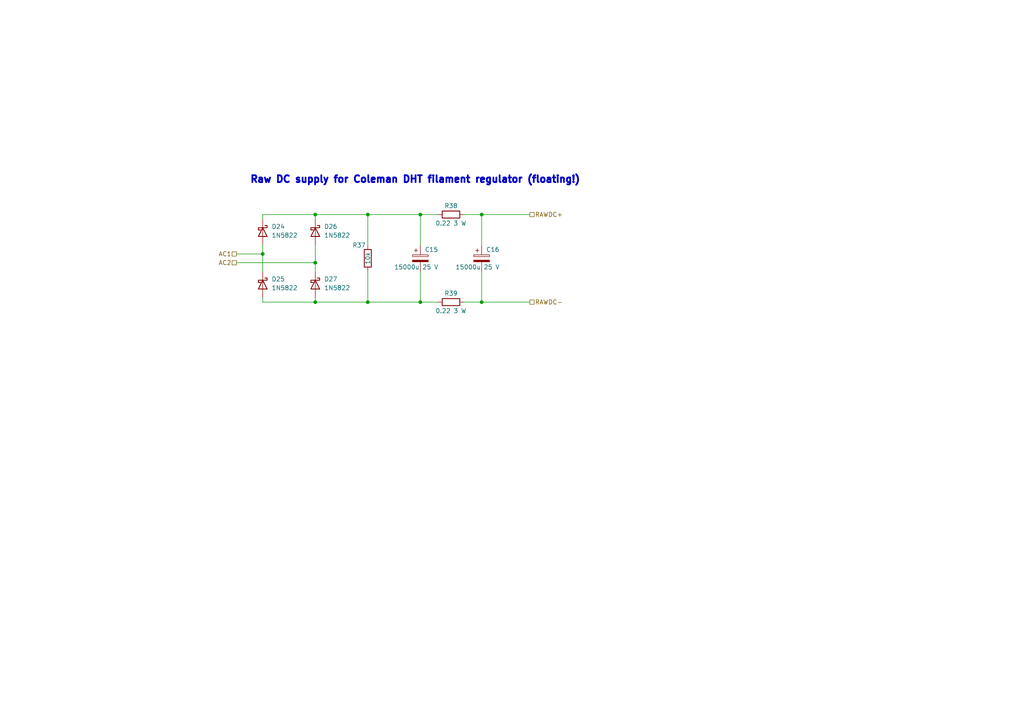
<source format=kicad_sch>
(kicad_sch (version 20230121) (generator eeschema)
  (paper "A4")
  (lib_symbols
    (symbol "Device:C_Polarized" (pin_numbers hide) (pin_names (offset 0.254))
      (property "Reference" "C" (at 0.635 2.54 0))
      (property "Value" "C_Polarized" (at 0.635 -2.54 0))
      (symbol "C_Polarized_0_1"
        (rectangle (start -2.286 0.508) (end 2.286 1.016))
        (polyline (pts (xy -1.778 2.286) (xy -0.762 2.286)))
        (polyline (pts (xy -1.27 2.794) (xy -1.27 1.778)))
        (rectangle (start 2.286 -0.508) (end -2.286 -1.016) (fill (type outline)))
      )
      (symbol "C_Polarized_1_1"
        (pin passive line (at 0 3.81 270) (length 2.794) (name "~") (number "1"))
        (pin passive line (at 0 -3.81 90) (length 2.794) (name "~") (number "2"))
      )
    )
    (symbol "Device:R" (pin_numbers hide) (pin_names (offset 0))
      (property "Reference" "R" (at 2.032 0 90))
      (property "Value" "R" (at 0 0 90))
      (symbol "R_0_1"
        (rectangle (start -1.016 -2.54) (end 1.016 2.54) (stroke (width 0.254)))
      )
      (symbol "R_1_1"
        (pin passive line (at 0 3.81 270) (length 1.27) (name "~") (number "1"))
        (pin passive line (at 0 -3.81 90) (length 1.27) (name "~") (number "2"))
      )
    )
    (symbol "Diode:1N5822" (pin_numbers hide) (pin_names (offset 1.016) hide)
      (property "Reference" "D" (at 0 2.54 0))
      (property "Value" "1N5822" (at 0 -2.54 0))
      (symbol "1N5822_0_1"
        (polyline (pts (xy 1.27 0) (xy -1.27 0)))
        (polyline (pts (xy 1.27 1.27) (xy 1.27 -1.27) (xy -1.27 0) (xy 1.27 1.27)) (stroke (width 0.254)))
        (polyline (pts (xy -1.905 0.635) (xy -1.905 1.27) (xy -1.27 1.27) (xy -1.27 -1.27) (xy -0.635 -1.27) (xy -0.635 -0.635)) (stroke (width 0.254)))
      )
      (symbol "1N5822_1_1"
        (pin passive line (at -3.81 0 0) (length 2.54) (name "K") (number "1"))
        (pin passive line (at 3.81 0 180) (length 2.54) (name "A") (number "2"))
      )
    )
  )
  (junction (at 139.7 62.23))
  (junction (at 91.44 76.2))
  (junction (at 91.44 87.63))
  (junction (at 106.68 87.63))
  (junction (at 91.44 62.23))
  (junction (at 121.92 87.63))
  (junction (at 139.7 87.63))
  (junction (at 121.92 62.23))
  (junction (at 76.2 73.66))
  (junction (at 106.68 62.23))
  (wire (pts (xy 91.44 62.23) (xy 91.44 63.5)))
  (wire (pts (xy 121.92 78.74) (xy 121.92 87.63)))
  (wire (pts (xy 134.62 62.23) (xy 139.7 62.23)))
  (wire (pts (xy 121.92 71.12) (xy 121.92 62.23)))
  (wire (pts (xy 121.92 62.23) (xy 106.68 62.23)))
  (wire (pts (xy 76.2 73.66) (xy 76.2 78.74)))
  (wire (pts (xy 76.2 73.66) (xy 76.2 71.12)))
  (wire (pts (xy 121.92 62.23) (xy 127 62.23)))
  (wire (pts (xy 68.58 76.2) (xy 91.44 76.2)))
  (wire (pts (xy 106.68 78.74) (xy 106.68 87.63)))
  (wire (pts (xy 139.7 78.74) (xy 139.7 87.63)))
  (wire (pts (xy 121.92 87.63) (xy 127 87.63)))
  (wire (pts (xy 139.7 71.12) (xy 139.7 62.23)))
  (wire (pts (xy 91.44 87.63) (xy 91.44 86.36)))
  (wire (pts (xy 139.7 62.23) (xy 153.67 62.23)))
  (wire (pts (xy 106.68 62.23) (xy 106.68 71.12)))
  (wire (pts (xy 76.2 62.23) (xy 91.44 62.23)))
  (wire (pts (xy 76.2 86.36) (xy 76.2 87.63)))
  (wire (pts (xy 76.2 87.63) (xy 91.44 87.63)))
  (wire (pts (xy 76.2 63.5) (xy 76.2 62.23)))
  (wire (pts (xy 134.62 87.63) (xy 139.7 87.63)))
  (wire (pts (xy 121.92 87.63) (xy 106.68 87.63)))
  (wire (pts (xy 106.68 87.63) (xy 91.44 87.63)))
  (wire (pts (xy 68.58 73.66) (xy 76.2 73.66)))
  (wire (pts (xy 91.44 71.12) (xy 91.44 76.2)))
  (wire (pts (xy 139.7 87.63) (xy 153.67 87.63)))
  (wire (pts (xy 91.44 76.2) (xy 91.44 78.74)))
  (wire (pts (xy 106.68 62.23) (xy 91.44 62.23)))
  (text "Raw DC supply for Coleman DHT filament regulator (floating!)" (at 72.39 53.34 0) (effects (font (size 2 2) (thickness 0.508) bold) (justify left bottom)))
  (hierarchical_label "RAWDC+" (shape passive) (at 153.67 62.23 0))
  (hierarchical_label "RAWDC-" (shape passive) (at 153.67 87.63 0))
  (hierarchical_label "AC2" (shape passive) (at 68.58 76.2 180))
  (hierarchical_label "AC1" (shape passive) (at 68.58 73.66 180))
  (symbol (lib_id "Diode:1N5822") (at 91.44 82.55 270) (unit 1)
    (property "Reference" "D27" (at 93.98 80.9625 90) (effects (justify left)))
    (property "Value" "1N5822" (at 93.98 83.5025 90) (effects (justify left)))
    (property "Footprint" "Diode_THT:D_DO-201AD_P15.24mm_Horizontal" (effects hide))
    (property "Datasheet" "http://www.vishay.com/docs/88526/1n5820.pdf" (effects hide))
    (property "MPN" "1N5822" (effects hide))
    (instances (project "OSDEHA_PSU" (path "" (reference "D27") (unit 1)) (path "" (reference "D31") (unit 1))))
  )
  (symbol (lib_id "Diode:1N5822") (at 76.2 82.55 270) (unit 1)
    (property "Reference" "D25" (at 78.74 80.9625 90) (effects (justify left)))
    (property "Value" "1N5822" (at 78.74 83.5025 90) (effects (justify left)))
    (property "Footprint" "Diode_THT:D_DO-201AD_P15.24mm_Horizontal" (effects hide))
    (property "Datasheet" "http://www.vishay.com/docs/88526/1n5820.pdf" (effects hide))
    (property "MPN" "1N5822" (effects hide))
    (instances (project "OSDEHA_PSU" (path "" (reference "D25") (unit 1)) (path "" (reference "D29") (unit 1))))
  )
  (symbol (lib_id "Device:R") (at 130.81 87.63 90) (unit 1)
    (property "Reference" "R39" (at 130.81 85.09 90))
    (property "Value" "0.22 3 W" (at 130.81 90.17 90))
    (property "Footprint" "Resistor_THT:R_Axial_DIN0614_L14.3mm_D5.7mm_P15.24mm_Horizontal" (effects hide))
    (property "Datasheet" "https://www.vishay.com/doc?31021" (effects hide))
    (property "MPN" "CPF3R22000GNB14 " (effects hide))
    (instances (project "OSDEHA_PSU" (path "" (reference "R39") (unit 1)) (path "" (reference "R42") (unit 1))))
  )
  (symbol (lib_id "Diode:1N5822") (at 91.44 67.31 270) (unit 1)
    (property "Reference" "D26" (at 93.98 65.7225 90) (effects (justify left)))
    (property "Value" "1N5822" (at 93.98 68.2625 90) (effects (justify left)))
    (property "Footprint" "Diode_THT:D_DO-201AD_P15.24mm_Horizontal" (effects hide))
    (property "Datasheet" "http://www.vishay.com/docs/88526/1n5820.pdf" (effects hide))
    (property "MPN" "1N5822" (effects hide))
    (instances (project "OSDEHA_PSU" (path "" (reference "D26") (unit 1)) (path "" (reference "D30") (unit 1))))
  )
  (symbol (lib_id "Diode:1N5822") (at 76.2 67.31 270) (unit 1)
    (property "Reference" "D24" (at 78.74 65.7225 90) (effects (justify left)))
    (property "Value" "1N5822" (at 78.74 68.2625 90) (effects (justify left)))
    (property "Footprint" "Diode_THT:D_DO-201AD_P15.24mm_Horizontal" (effects hide))
    (property "Datasheet" "http://www.vishay.com/docs/88526/1n5820.pdf" (effects hide))
    (property "MPN" "1N5822" (effects hide))
    (instances (project "OSDEHA_PSU" (path "" (reference "D24") (unit 1)) (path "" (reference "D28") (unit 1))))
  )
  (symbol (lib_id "Device:C_Polarized") (at 121.92 74.93 0) (unit 1)
    (property "Reference" "C15" (at 123.19 72.39 0) (effects (justify left)))
    (property "Value" "15000u 25 V" (at 114.3 77.47 0) (effects (justify left)))
    (property "Footprint" "Capacitor_THT:CP_Radial_D25.0mm_P10.00mm_SnapIn" (effects hide))
    (property "Datasheet" "https://www.cde.com/resources/catalogs/SLPX.pdf" (effects hide))
    (property "MPN" "SLPX153M025C7P3 " (effects hide))
    (instances (project "OSDEHA_PSU" (path "" (reference "C15") (unit 1)) (path "" (reference "C17") (unit 1))))
  )
  (symbol (lib_id "Device:C_Polarized") (at 139.7 74.93 0) (unit 1)
    (property "Reference" "C16" (at 140.97 72.39 0) (effects (justify left)))
    (property "Value" "15000u 25 V" (at 132.08 77.47 0) (effects (justify left)))
    (property "Footprint" "Capacitor_THT:CP_Radial_D25.0mm_P10.00mm_SnapIn" (effects hide))
    (property "Datasheet" "https://www.cde.com/resources/catalogs/SLPX.pdf" (effects hide))
    (property "MPN" "SLPX153M025C7P3 " (effects hide))
    (instances (project "OSDEHA_PSU" (path "" (reference "C16") (unit 1)) (path "" (reference "C18") (unit 1))))
  )
  (symbol (lib_id "Device:R") (at 106.68 74.93 0) (unit 1)
    (property "Reference" "R37" (at 104.14 71.12 0))
    (property "Value" "10k" (at 106.68 74.93 90))
    (property "Footprint" "Resistor_THT:R_Axial_DIN0207_L6.3mm_D2.5mm_P10.16mm_Horizontal" (effects hide))
    (property "Datasheet" "https://www.vishay.com/doc?31018" (effects hide))
    (property "MPN" "CMF5510K000" (effects hide))
    (instances (project "OSDEHA_PSU" (path "" (reference "R37") (unit 1)) (path "" (reference "R40") (unit 1))))
  )
  (symbol (lib_id "Device:R") (at 130.81 62.23 90) (unit 1)
    (property "Reference" "R38" (at 130.81 59.69 90))
    (property "Value" "0.22 3 W" (at 130.81 64.77 90))
    (property "Footprint" "Resistor_THT:R_Axial_DIN0614_L14.3mm_D5.7mm_P15.24mm_Horizontal" (effects hide))
    (property "Datasheet" "https://www.vishay.com/doc?31021" (effects hide))
    (property "MPN" "CPF3R22000GNB14 " (effects hide))
    (instances (project "OSDEHA_PSU" (path "" (reference "R38") (unit 1)) (path "" (reference "R41") (unit 1))))
  )
)
</source>
